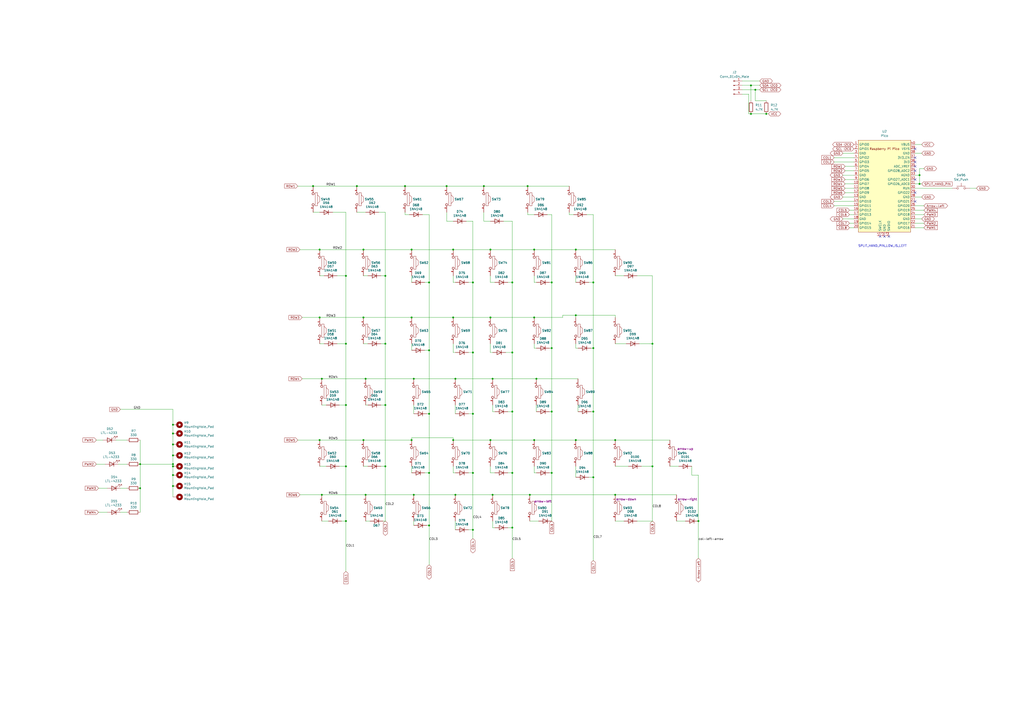
<source format=kicad_sch>
(kicad_sch (version 20211123) (generator eeschema)
  (paper "A2")
  (junction (at 259.08 107.95))
  (junction (at 200.66 302.26))
  (junction (at 238.76 184.15))
  (junction (at 234.95 107.95))
  (junction (at 435.61 66.04))
  (junction (at 248.92 304.8))
  (junction (at 320.04 274.32))
  (junction (at 212.09 287.02))
  (junction (at 240.03 287.02))
  (junction (at 207.01 107.95))
  (junction (at 297.18 306.07))
  (junction (at 200.66 270.51))
  (junction (at 285.75 219.71))
  (junction (at 356.87 287.02))
  (junction (at 248.92 163.83))
  (junction (at 280.67 107.95))
  (junction (at 334.01 182.88))
  (junction (at 248.92 203.2))
  (junction (at 405.13 302.26))
  (junction (at 274.32 163.83))
  (junction (at 223.52 160.02))
  (junction (at 344.17 276.86))
  (junction (at 285.75 287.02))
  (junction (at 223.52 199.39))
  (junction (at 210.82 255.27))
  (junction (at 100.33 275.59))
  (junction (at 284.48 255.27))
  (junction (at 100.33 281.94))
  (junction (at 262.89 255.27))
  (junction (at 262.89 184.15))
  (junction (at 248.92 274.32))
  (junction (at 100.33 251.46))
  (junction (at 320.04 238.76))
  (junction (at 297.18 204.47))
  (junction (at 100.33 270.51))
  (junction (at 264.16 219.71))
  (junction (at 186.69 219.71))
  (junction (at 297.18 238.76))
  (junction (at 435.61 49.53))
  (junction (at 212.09 219.71))
  (junction (at 181.61 107.95))
  (junction (at 438.15 52.07))
  (junction (at 185.42 144.78))
  (junction (at 186.69 287.02))
  (junction (at 200.66 160.02))
  (junction (at 378.46 199.39))
  (junction (at 533.4 106.68))
  (junction (at 210.82 184.15))
  (junction (at 262.89 144.78))
  (junction (at 320.04 163.83))
  (junction (at 309.88 144.78))
  (junction (at 185.42 184.15))
  (junction (at 100.33 269.24))
  (junction (at 306.07 107.95))
  (junction (at 344.17 163.83))
  (junction (at 100.33 257.81))
  (junction (at 334.01 144.78))
  (junction (at 223.52 234.95))
  (junction (at 264.16 287.02))
  (junction (at 444.5 66.04))
  (junction (at 344.17 238.76))
  (junction (at 284.48 144.78))
  (junction (at 185.42 255.27))
  (junction (at 200.66 199.39))
  (junction (at 309.88 184.15))
  (junction (at 274.32 204.47))
  (junction (at 248.92 240.03))
  (junction (at 100.33 246.38))
  (junction (at 210.82 144.78))
  (junction (at 81.28 283.21))
  (junction (at 200.66 234.95))
  (junction (at 533.4 101.6))
  (junction (at 274.32 307.34))
  (junction (at 309.88 255.27))
  (junction (at 238.76 255.27))
  (junction (at 274.32 240.03))
  (junction (at 356.87 255.27))
  (junction (at 238.76 144.78))
  (junction (at 100.33 264.16))
  (junction (at 297.18 274.32))
  (junction (at 344.17 201.93))
  (junction (at 240.03 219.71))
  (junction (at 297.18 163.83))
  (junction (at 284.48 184.15))
  (junction (at 307.34 287.02))
  (junction (at 378.46 270.51))
  (junction (at 81.28 269.24))
  (junction (at 320.04 201.93))
  (junction (at 274.32 274.32))
  (junction (at 223.52 270.51))
  (junction (at 311.15 219.71))
  (junction (at 334.01 255.27))
  (no_connect (at 515.62 137.16))
  (no_connect (at 530.86 93.98))
  (no_connect (at 530.86 86.36))
  (no_connect (at 510.54 137.16))
  (no_connect (at 530.86 91.44))
  (no_connect (at 530.86 111.76))
  (no_connect (at 530.86 99.06))
  (no_connect (at 530.86 116.84))
  (no_connect (at 530.86 104.14))
  (no_connect (at 513.08 137.16))
  (no_connect (at 530.86 96.52))
  (wire (pts (xy 280.67 128.27) (xy 284.48 128.27)))
  (wire (pts (xy 200.66 270.51) (xy 200.66 234.95)))
  (wire (pts (xy 530.86 127) (xy 534.67 127)))
  (wire (pts (xy 434.34 54.61) (xy 434.34 66.04)))
  (wire (pts (xy 285.75 204.47) (xy 284.48 204.47)))
  (wire (pts (xy 334.01 270.51) (xy 334.01 276.86)))
  (wire (pts (xy 238.76 254) (xy 262.89 254)))
  (wire (pts (xy 100.33 257.81) (xy 100.33 251.46)))
  (wire (pts (xy 318.77 163.83) (xy 320.04 163.83)))
  (wire (pts (xy 284.48 163.83) (xy 287.02 163.83)))
  (wire (pts (xy 248.92 163.83) (xy 248.92 124.46)))
  (wire (pts (xy 270.51 128.27) (xy 274.32 128.27)))
  (wire (pts (xy 262.89 144.78) (xy 238.76 144.78)))
  (wire (pts (xy 262.89 270.51) (xy 262.89 274.32)))
  (wire (pts (xy 62.23 283.21) (xy 57.15 283.21)))
  (wire (pts (xy 317.5 124.46) (xy 320.04 124.46)))
  (wire (pts (xy 309.88 274.32) (xy 311.15 274.32)))
  (wire (pts (xy 430.53 46.99) (xy 440.69 46.99)))
  (wire (pts (xy 262.89 199.39) (xy 262.89 204.47)))
  (wire (pts (xy 344.17 325.12) (xy 344.17 276.86)))
  (wire (pts (xy 495.3 99.06) (xy 490.22 99.06)))
  (wire (pts (xy 238.76 184.15) (xy 262.89 184.15)))
  (wire (pts (xy 311.15 219.71) (xy 285.75 219.71)))
  (wire (pts (xy 533.4 97.79) (xy 533.4 101.6)))
  (wire (pts (xy 330.2 124.46) (xy 330.2 123.19)))
  (wire (pts (xy 81.28 255.27) (xy 81.28 269.24)))
  (wire (pts (xy 344.17 276.86) (xy 344.17 238.76)))
  (wire (pts (xy 533.4 101.6) (xy 530.86 101.6)))
  (wire (pts (xy 284.48 204.47) (xy 284.48 199.39)))
  (wire (pts (xy 294.64 274.32) (xy 297.18 274.32)))
  (wire (pts (xy 306.07 124.46) (xy 306.07 123.19)))
  (wire (pts (xy 196.85 234.95) (xy 200.66 234.95)))
  (wire (pts (xy 435.61 49.53) (xy 435.61 58.42)))
  (wire (pts (xy 292.1 128.27) (xy 297.18 128.27)))
  (wire (pts (xy 369.57 160.02) (xy 378.46 160.02)))
  (wire (pts (xy 438.15 52.07) (xy 440.69 52.07)))
  (wire (pts (xy 320.04 274.32) (xy 320.04 302.26)))
  (wire (pts (xy 306.07 107.95) (xy 280.67 107.95)))
  (wire (pts (xy 438.15 52.07) (xy 438.15 58.42)))
  (wire (pts (xy 320.04 201.93) (xy 320.04 238.76)))
  (wire (pts (xy 488.95 114.3) (xy 495.3 114.3)))
  (wire (pts (xy 262.89 204.47) (xy 264.16 204.47)))
  (wire (pts (xy 483.87 116.84) (xy 495.3 116.84)))
  (wire (pts (xy 59.69 255.27) (xy 55.88 255.27)))
  (wire (pts (xy 364.49 270.51) (xy 356.87 270.51)))
  (wire (pts (xy 212.09 287.02) (xy 240.03 287.02)))
  (wire (pts (xy 334.01 144.78) (xy 309.88 144.78)))
  (wire (pts (xy 401.32 275.59) (xy 401.32 270.51)))
  (wire (pts (xy 533.4 101.6) (xy 533.4 106.68)))
  (wire (pts (xy 430.53 49.53) (xy 435.61 49.53)))
  (wire (pts (xy 297.18 163.83) (xy 297.18 128.27)))
  (wire (pts (xy 490.22 104.14) (xy 495.3 104.14)))
  (wire (pts (xy 185.42 184.15) (xy 210.82 184.15)))
  (wire (pts (xy 271.78 274.32) (xy 274.32 274.32)))
  (wire (pts (xy 193.04 123.19) (xy 200.66 123.19)))
  (wire (pts (xy 280.67 107.95) (xy 259.08 107.95)))
  (wire (pts (xy 210.82 144.78) (xy 185.42 144.78)))
  (wire (pts (xy 200.66 234.95) (xy 200.66 199.39)))
  (wire (pts (xy 318.77 274.32) (xy 320.04 274.32)))
  (wire (pts (xy 284.48 144.78) (xy 262.89 144.78)))
  (wire (pts (xy 309.88 255.27) (xy 334.01 255.27)))
  (wire (pts (xy 311.15 201.93) (xy 309.88 201.93)))
  (wire (pts (xy 262.89 184.15) (xy 284.48 184.15)))
  (wire (pts (xy 264.16 307.34) (xy 264.16 302.26)))
  (wire (pts (xy 200.66 160.02) (xy 200.66 123.19)))
  (wire (pts (xy 334.01 255.27) (xy 356.87 255.27)))
  (wire (pts (xy 435.61 49.53) (xy 440.69 49.53)))
  (wire (pts (xy 435.61 66.04) (xy 444.5 66.04)))
  (wire (pts (xy 488.95 127) (xy 495.3 127)))
  (wire (pts (xy 444.5 66.04) (xy 445.77 66.04)))
  (wire (pts (xy 62.23 297.18) (xy 57.15 297.18)))
  (wire (pts (xy 247.65 240.03) (xy 248.92 240.03)))
  (wire (pts (xy 297.18 323.85) (xy 297.18 306.07)))
  (wire (pts (xy 340.36 124.46) (xy 344.17 124.46)))
  (wire (pts (xy 307.34 287.02) (xy 285.75 287.02)))
  (wire (pts (xy 81.28 269.24) (xy 81.28 283.21)))
  (wire (pts (xy 363.22 199.39) (xy 356.87 199.39)))
  (wire (pts (xy 530.86 114.3) (xy 534.67 114.3)))
  (wire (pts (xy 318.77 201.93) (xy 320.04 201.93)))
  (wire (pts (xy 274.32 274.32) (xy 274.32 307.34)))
  (wire (pts (xy 200.66 302.26) (xy 200.66 270.51)))
  (wire (pts (xy 285.75 238.76) (xy 287.02 238.76)))
  (wire (pts (xy 311.15 163.83) (xy 309.88 163.83)))
  (wire (pts (xy 223.52 234.95) (xy 223.52 270.51)))
  (wire (pts (xy 344.17 238.76) (xy 344.17 201.93)))
  (wire (pts (xy 240.03 287.02) (xy 264.16 287.02)))
  (wire (pts (xy 330.2 107.95) (xy 306.07 107.95)))
  (wire (pts (xy 200.66 199.39) (xy 200.66 160.02)))
  (wire (pts (xy 185.42 123.19) (xy 181.61 123.19)))
  (wire (pts (xy 73.66 283.21) (xy 69.85 283.21)))
  (wire (pts (xy 284.48 184.15) (xy 309.88 184.15)))
  (wire (pts (xy 334.01 182.88) (xy 334.01 184.15)))
  (wire (pts (xy 81.28 283.21) (xy 81.28 297.18)))
  (wire (pts (xy 186.69 287.02) (xy 212.09 287.02)))
  (wire (pts (xy 361.95 302.26) (xy 356.87 302.26)))
  (wire (pts (xy 247.65 304.8) (xy 248.92 304.8)))
  (wire (pts (xy 285.75 234.95) (xy 285.75 238.76)))
  (wire (pts (xy 344.17 201.93) (xy 344.17 163.83)))
  (wire (pts (xy 284.48 274.32) (xy 284.48 270.51)))
  (wire (pts (xy 172.72 255.27) (xy 185.42 255.27)))
  (wire (pts (xy 100.33 251.46) (xy 100.33 246.38)))
  (wire (pts (xy 248.92 203.2) (xy 248.92 163.83)))
  (wire (pts (xy 189.23 270.51) (xy 185.42 270.51)))
  (wire (pts (xy 195.58 160.02) (xy 200.66 160.02)))
  (wire (pts (xy 100.33 281.94) (xy 100.33 275.59)))
  (wire (pts (xy 207.01 107.95) (xy 234.95 107.95)))
  (wire (pts (xy 356.87 182.88) (xy 356.87 184.15)))
  (wire (pts (xy 213.36 234.95) (xy 212.09 234.95)))
  (wire (pts (xy 100.33 246.38) (xy 100.33 237.49)))
  (wire (pts (xy 341.63 276.86) (xy 344.17 276.86)))
  (wire (pts (xy 495.3 121.92) (xy 492.76 121.92)))
  (wire (pts (xy 405.13 275.59) (xy 405.13 302.26)))
  (wire (pts (xy 248.92 327.66) (xy 248.92 304.8)))
  (wire (pts (xy 361.95 160.02) (xy 356.87 160.02)))
  (wire (pts (xy 264.16 287.02) (xy 285.75 287.02)))
  (wire (pts (xy 530.86 109.22) (xy 552.45 109.22)))
  (wire (pts (xy 246.38 163.83) (xy 248.92 163.83)))
  (wire (pts (xy 240.03 234.95) (xy 240.03 240.03)))
  (wire (pts (xy 248.92 274.32) (xy 248.92 240.03)))
  (wire (pts (xy 287.02 274.32) (xy 284.48 274.32)))
  (wire (pts (xy 223.52 123.19) (xy 223.52 160.02)))
  (wire (pts (xy 309.88 163.83) (xy 309.88 160.02)))
  (wire (pts (xy 246.38 274.32) (xy 248.92 274.32)))
  (wire (pts (xy 483.87 119.38) (xy 495.3 119.38)))
  (wire (pts (xy 393.7 270.51) (xy 388.62 270.51)))
  (wire (pts (xy 495.3 124.46) (xy 492.76 124.46)))
  (wire (pts (xy 213.36 160.02) (xy 210.82 160.02)))
  (wire (pts (xy 312.42 302.26) (xy 307.34 302.26)))
  (wire (pts (xy 334.01 160.02) (xy 334.01 163.83)))
  (wire (pts (xy 274.32 312.42) (xy 274.32 307.34)))
  (wire (pts (xy 181.61 107.95) (xy 172.72 107.95)))
  (wire (pts (xy 309.88 270.51) (xy 309.88 274.32)))
  (wire (pts (xy 566.42 109.22) (xy 562.61 109.22)))
  (wire (pts (xy 185.42 184.15) (xy 175.26 184.15)))
  (wire (pts (xy 294.64 238.76) (xy 297.18 238.76)))
  (wire (pts (xy 240.03 302.26) (xy 240.03 304.8)))
  (wire (pts (xy 294.64 306.07) (xy 297.18 306.07)))
  (wire (pts (xy 264.16 219.71) (xy 240.03 219.71)))
  (wire (pts (xy 274.32 204.47) (xy 274.32 240.03)))
  (wire (pts (xy 100.33 270.51) (xy 100.33 269.24)))
  (wire (pts (xy 100.33 269.24) (xy 100.33 264.16)))
  (wire (pts (xy 356.87 255.27) (xy 388.62 255.27)))
  (wire (pts (xy 189.23 234.95) (xy 186.69 234.95)))
  (wire (pts (xy 69.85 237.49) (xy 100.33 237.49)))
  (wire (pts (xy 212.09 219.71) (xy 186.69 219.71)))
  (wire (pts (xy 297.18 274.32) (xy 297.18 238.76)))
  (wire (pts (xy 335.28 201.93) (xy 334.01 201.93)))
  (wire (pts (xy 262.89 128.27) (xy 259.08 128.27)))
  (wire (pts (xy 55.88 269.24) (xy 60.96 269.24)))
  (wire (pts (xy 285.75 219.71) (xy 264.16 219.71)))
  (wire (pts (xy 274.32 163.83) (xy 274.32 204.47)))
  (wire (pts (xy 490.22 96.52) (xy 495.3 96.52)))
  (wire (pts (xy 309.88 124.46) (xy 306.07 124.46)))
  (wire (pts (xy 490.22 111.76) (xy 495.3 111.76)))
  (wire (pts (xy 320.04 124.46) (xy 320.04 163.83)))
  (wire (pts (xy 219.71 123.19) (xy 223.52 123.19)))
  (wire (pts (xy 223.52 160.02) (xy 223.52 199.39)))
  (wire (pts (xy 488.95 88.9) (xy 495.3 88.9)))
  (wire (pts (xy 434.34 66.04) (xy 435.61 66.04)))
  (wire (pts (xy 187.96 160.02) (xy 185.42 160.02)))
  (wire (pts (xy 369.57 302.26) (xy 378.46 302.26)))
  (wire (pts (xy 342.9 201.93) (xy 344.17 201.93)))
  (wire (pts (xy 332.74 124.46) (xy 330.2 124.46)))
  (wire (pts (xy 530.86 121.92) (xy 535.94 121.92)))
  (wire (pts (xy 530.86 106.68) (xy 533.4 106.68)))
  (wire (pts (xy 341.63 163.83) (xy 344.17 163.83)))
  (wire (pts (xy 335.28 234.95) (xy 335.28 238.76)))
  (wire (pts (xy 245.11 124.46) (xy 248.92 124.46)))
  (wire (pts (xy 444.5 58.42) (xy 438.15 58.42)))
  (wire (pts (xy 370.84 199.39) (xy 378.46 199.39)))
  (wire (pts (xy 271.78 163.83) (xy 274.32 163.83)))
  (wire (pts (xy 534.67 88.9) (xy 530.86 88.9)))
  (wire (pts (xy 196.85 270.51) (xy 200.66 270.51)))
  (wire (pts (xy 535.94 124.46) (xy 530.86 124.46)))
  (wire (pts (xy 271.78 204.47) (xy 274.32 204.47)))
  (wire (pts (xy 248.92 304.8) (xy 248.92 274.32)))
  (wire (pts (xy 297.18 306.07) (xy 297.18 274.32)))
  (wire (pts (xy 187.96 199.39) (xy 185.42 199.39)))
  (wire (pts (xy 284.48 255.27) (xy 309.88 255.27)))
  (wire (pts (xy 195.58 199.39) (xy 200.66 199.39)))
  (wire (pts (xy 342.9 238.76) (xy 344.17 238.76)))
  (wire (pts (xy 356.87 287.02) (xy 392.43 287.02)))
  (wire (pts (xy 81.28 269.24) (xy 100.33 269.24)))
  (wire (pts (xy 488.95 101.6) (xy 495.3 101.6)))
  (wire (pts (xy 293.37 204.47) (xy 297.18 204.47)))
  (wire (pts (xy 320.04 238.76) (xy 320.04 274.32)))
  (wire (pts (xy 185.42 255.27) (xy 210.82 255.27)))
  (wire (pts (xy 274.32 240.03) (xy 274.32 274.32)))
  (wire (pts (xy 213.36 199.39) (xy 210.82 199.39)))
  (wire (pts (xy 356.87 144.78) (xy 334.01 144.78)))
  (wire (pts (xy 495.3 129.54) (xy 492.76 129.54)))
  (wire (pts (xy 259.08 107.95) (xy 234.95 107.95)))
  (wire (pts (xy 264.16 163.83) (xy 262.89 163.83)))
  (wire (pts (xy 262.89 255.27) (xy 284.48 255.27)))
  (wire (pts (xy 309.88 201.93) (xy 309.88 199.39)))
  (wire (pts (xy 238.76 160.02) (xy 238.76 163.83)))
  (wire (pts (xy 262.89 254) (xy 262.89 255.27)))
  (wire (pts (xy 530.86 83.82) (xy 534.67 83.82)))
  (wire (pts (xy 378.46 199.39) (xy 378.46 270.51)))
  (wire (pts (xy 378.46 160.02) (xy 378.46 199.39)))
  (wire (pts (xy 285.75 302.26) (xy 285.75 306.07)))
  (wire (pts (xy 430.53 52.07) (xy 438.15 52.07)))
  (wire (pts (xy 334.01 201.93) (xy 334.01 199.39)))
  (wire (pts (xy 533.4 106.68) (xy 534.67 106.68)))
  (wire (pts (xy 240.03 219.71) (xy 212.09 219.71)))
  (wire (pts (xy 401.32 275.59) (xy 405.13 275.59)))
  (wire (pts (xy 397.51 302.26) (xy 392.43 302.26)))
  (wire (pts (xy 185.42 144.78) (xy 173.99 144.78)))
  (wire (pts (xy 200.66 302.26) (xy 200.66 331.47)))
  (wire (pts (xy 220.98 234.95) (xy 223.52 234.95)))
  (wire (pts (xy 100.33 288.29) (xy 100.33 281.94)))
  (wire (pts (xy 220.98 160.02) (xy 223.52 160.02)))
  (wire (pts (xy 311.15 234.95) (xy 311.15 238.76)))
  (wire (pts (xy 198.12 302.26) (xy 200.66 302.26)))
  (wire (pts (xy 238.76 270.51) (xy 238.76 274.32)))
  (wire (pts (xy 490.22 109.22) (xy 495.3 109.22)))
  (wire (pts (xy 223.52 270.51) (xy 223.52 302.26)))
  (wire (pts (xy 372.11 270.51) (xy 378.46 270.51)))
  (wire (pts (xy 234.95 124.46) (xy 237.49 124.46)))
  (wire (pts (xy 530.86 119.38) (xy 535.94 119.38)))
  (wire (pts (xy 405.13 302.26) (xy 405.13 323.85)))
  (wire (pts (xy 210.82 184.15) (xy 238.76 184.15)))
  (wire (pts (xy 212.09 123.19) (xy 207.01 123.19)))
  (wire (pts (xy 210.82 255.27) (xy 238.76 255.27)))
  (wire (pts (xy 274.32 128.27) (xy 274.32 163.83)))
  (wire (pts (xy 262.89 274.32) (xy 264.16 274.32)))
  (wire (pts (xy 186.69 287.02) (xy 173.99 287.02)))
  (wire (pts (xy 280.67 123.19) (xy 280.67 128.27)))
  (wire (pts (xy 246.38 203.2) (xy 248.92 203.2)))
  (wire (pts (xy 68.58 269.24) (xy 73.66 269.24)))
  (wire (pts (xy 294.64 163.83) (xy 297.18 163.83)))
  (wire (pts (xy 73.66 297.18) (xy 69.85 297.18)))
  (wire (pts (xy 264.16 234.95) (xy 264.16 240.03)))
  (wire (pts (xy 223.52 199.39) (xy 223.52 234.95)))
  (wire (pts (xy 535.94 97.79) (xy 533.4 97.79)))
  (wire (pts (xy 430.53 54.61) (xy 434.34 54.61)))
  (wire (pts (xy 297.18 238.76) (xy 297.18 204.47)))
  (wire (pts (xy 344.17 163.83) (xy 344.17 124.46)))
  (wire (pts (xy 181.61 107.95) (xy 207.01 107.95)))
  (wire (pts (xy 495.3 132.08) (xy 492.76 132.08)))
  (wire (pts (xy 73.66 255.27) (xy 67.31 255.27)))
  (wire (pts (xy 271.78 240.03) (xy 274.32 240.03)))
  (wire (pts (xy 210.82 270.51) (xy 213.36 270.51)))
  (wire (pts (xy 220.98 270.51) (xy 223.52 270.51)))
  (wire (pts (xy 309.88 144.78) (xy 284.48 144.78)))
  (wire (pts (xy 238.76 199.39) (xy 238.76 203.2)))
  (wire (pts (xy 259.08 128.27) (xy 259.08 123.19)))
  (wire (pts (xy 220.98 199.39) (xy 223.52 199.39)))
  (wire (pts (xy 274.32 307.34) (xy 271.78 307.34)))
  (wire (pts (xy 285.75 306.07) (xy 287.02 306.07)))
  (wire (pts (xy 334.01 182.88) (xy 356.87 182.88)))
  (wire (pts (xy 100.33 264.16) (xy 100.33 257.81)))
  (wire (pts (xy 248.92 240.03) (xy 248.92 203.2)))
  (wire (pts (xy 262.89 163.83) (xy 262.89 160.02)))
  (wire (pts (xy 284.48 160.02) (xy 284.48 163.83)))
  (wire (pts (xy 326.39 182.88) (xy 334.01 182.88)))
  (wire (pts (xy 378.46 270.51) (xy 378.46 302.26)))
  (wire (pts (xy 214.63 302.26) (xy 212.09 302.26)))
  (wire (pts (xy 535.94 129.54) (xy 530.86 129.54)))
  (wire (pts (xy 100.33 275.59) (xy 100.33 270.51)))
  (wire (pts (xy 318.77 238.76) (xy 320.04 238.76)))
  (wire (pts (xy 307.34 287.02) (xy 356.87 287.02)))
  (wire (pts (xy 483.87 93.98) (xy 495.3 93.98)))
  (wire (pts (xy 186.69 302.26) (xy 190.5 302.26)))
  (wire (pts (xy 238.76 255.27) (xy 238.76 254)))
  (wire (pts (xy 490.22 106.68) (xy 495.3 106.68)))
  (wire (pts (xy 186.69 219.71) (xy 175.26 219.71)))
  (wire (pts (xy 222.25 302.26) (xy 223.52 302.26)))
  (wire (pts (xy 320.04 163.83) (xy 320.04 201.93)))
  (wire (pts (xy 238.76 144.78) (xy 210.82 144.78)))
  (wire (pts (xy 495.3 91.44) (xy 483.87 91.44)))
  (wire (pts (xy 326.39 184.15) (xy 326.39 182.88)))
  (wire (pts (xy 297.18 204.47) (xy 297.18 163.83)))
  (wire (pts (xy 530.86 132.08) (xy 535.94 132.08)))
  (wire (pts (xy 335.28 219.71) (xy 311.15 219.71)))
  (wire (pts (xy 234.95 123.19) (xy 234.95 124.46)))
  (wire (pts (xy 309.88 184.15) (xy 326.39 184.15)))
  (text "SPLIT_HAND_PIN_LOW_IS_LEFT" (at 497.84 143.51 0) (effects (font (size 1.27 1.27)) (justify left bottom)))
  (label "ROW6" (at 190.5 287.02 0))
  (label "COL8" (at 378.46 294.64 0))
  (label "ROW4" (at 190.5 219.71 0))
  (label "ROW2" (at 193.04 144.78 0))
  (label "ROW1" (at 189.23 107.95 0))
  (label "COL4" (at 274.32 300.99 0))
  (label "COL3" (at 248.92 313.69 0))
  (label "ROW3" (at 189.23 184.15 0))
  (label "col-left-arrow" (at 405.13 313.69 0))
  (label "GND" (at 77.47 237.49 0))
  (label "COL7" (at 344.17 312.42 0))
  (label "COL5" (at 297.18 313.69 0))
  (label "COL1" (at 200.66 317.5 0))
  (label "ROW5" (at 190.5 255.27 0))
  (label "COL2" (at 223.52 293.37 0))
  (global_label "ROW1" (shape input) (at 490.22 96.52 180) (property "Intersheet References" "${INTERSHEET_REFS}" (effects hide)))
  (global_label "ROW5" (shape input) (at 172.72 255.27 180) (property "Intersheet References" "${INTERSHEET_REFS}" (effects hide)))
  (global_label "PWM3" (shape input) (at 57.15 283.21 180) (property "Intersheet References" "${INTERSHEET_REFS}" (effects hide)))
  (global_label "VCC" (shape bidirectional) (at 534.67 83.82 0) (property "Intersheet References" "${INTERSHEET_REFS}" (effects hide)))
  (global_label "ROW4" (shape input) (at 175.26 219.71 180) (property "Intersheet References" "${INTERSHEET_REFS}" (effects hide)))
  (global_label "COL6" (shape input) (at 320.04 302.26 270) (property "Intersheet References" "${INTERSHEET_REFS}" (effects hide)))
  (global_label "COL5" (shape input) (at 297.18 323.85 270) (property "Intersheet References" "${INTERSHEET_REFS}" (effects hide)))
  (global_label "GND" (shape bidirectional) (at 488.95 88.9 180) (property "Intersheet References" "${INTERSHEET_REFS}" (effects hide)))
  (global_label "ROW6" (shape input) (at 490.22 111.76 180) (property "Intersheet References" "${INTERSHEET_REFS}" (effects hide)))
  (global_label "COL3" (shape bidirectional) (at 248.92 327.66 270) (property "Intersheet References" "${INTERSHEET_REFS}" (effects hide)))
  (global_label "GND" (shape bidirectional) (at 534.67 88.9 0) (property "Intersheet References" "${INTERSHEET_REFS}" (effects hide)))
  (global_label "SCL I2C0" (shape bidirectional) (at 495.3 86.36 180) (property "Intersheet References" "${INTERSHEET_REFS}" (effects hide)))
  (global_label "Arrow-Left" (shape bidirectional) (at 405.13 323.85 270) (property "Intersheet References" "${INTERSHEET_REFS}" (effects hide)))
  (global_label "COL2" (shape bidirectional) (at 223.52 302.26 270) (property "Intersheet References" "${INTERSHEET_REFS}" (effects hide)))
  (global_label "PWM2" (shape input) (at 535.94 129.54 0) (property "Intersheet References" "${INTERSHEET_REFS}" (effects hide)))
  (global_label "GND" (shape bidirectional) (at 535.94 97.79 0) (property "Intersheet References" "${INTERSHEET_REFS}" (effects hide)))
  (global_label "COL1" (shape input) (at 200.66 331.47 270) (property "Intersheet References" "${INTERSHEET_REFS}" (effects hide)))
  (global_label "COL3" (shape input) (at 483.87 116.84 180) (property "Intersheet References" "${INTERSHEET_REFS}" (effects hide)))
  (global_label "ROW3" (shape input) (at 490.22 104.14 180) (property "Intersheet References" "${INTERSHEET_REFS}" (effects hide)))
  (global_label "COL1" (shape input) (at 483.87 91.44 180) (property "Intersheet References" "${INTERSHEET_REFS}" (effects hide)))
  (global_label "Arrow-Left" (shape bidirectional) (at 535.94 119.38 0) (property "Intersheet References" "${INTERSHEET_REFS}" (effects hide)))
  (global_label "COL5" (shape input) (at 492.76 121.92 180) (property "Intersheet References" "${INTERSHEET_REFS}" (effects hide)))
  (global_label "PWM1" (shape input) (at 535.94 132.08 0) (property "Intersheet References" "${INTERSHEET_REFS}" (effects hide)))
  (global_label "GND" (shape bidirectional) (at 440.69 46.99 0) (property "Intersheet References" "${INTERSHEET_REFS}" (effects hide)))
  (global_label "SCL I2C0" (shape bidirectional) (at 440.69 52.07 0) (property "Intersheet References" "${INTERSHEET_REFS}" (effects hide)))
  (global_label "SDA I2C0" (shape bidirectional) (at 440.69 49.53 0) (property "Intersheet References" "${INTERSHEET_REFS}" (effects hide)))
  (global_label "SDA I2C0" (shape bidirectional) (at 495.3 83.82 180) (property "Intersheet References" "${INTERSHEET_REFS}" (effects hide)))
  (global_label "COL2" (shape input) (at 483.87 93.98 180) (property "Intersheet References" "${INTERSHEET_REFS}" (effects hide)))
  (global_label "GND" (shape bidirectional) (at 534.67 114.3 0) (property "Intersheet References" "${INTERSHEET_REFS}" (effects hide)))
  (global_label "COL7" (shape input) (at 492.76 129.54 180) (property "Intersheet References" "${INTERSHEET_REFS}" (effects hide)))
  (global_label "COL8" (shape input) (at 378.46 302.26 270) (property "Intersheet References" "${INTERSHEET_REFS}" (effects hide)))
  (global_label "GND" (shape input) (at 69.85 237.49 180) (property "Intersheet References" "${INTERSHEET_REFS}" (effects hide)))
  (global_label "ROW3" (shape input) (at 175.26 184.15 180) (property "Intersheet References" "${INTERSHEET_REFS}" (effects hide)))
  (global_label "PWM1" (shape input) (at 55.88 255.27 180) (property "Intersheet References" "${INTERSHEET_REFS}" (effects hide)))
  (global_label "ROW4" (shape input) (at 490.22 106.68 180) (property "Intersheet References" "${INTERSHEET_REFS}" (effects hide)))
  (global_label "GND" (shape bidirectional) (at 488.95 114.3 180) (property "Intersheet References" "${INTERSHEET_REFS}" (effects hide)))
  (global_label "ROW2" (shape input) (at 173.99 144.78 180) (property "Intersheet References" "${INTERSHEET_REFS}" (effects hide)))
  (global_label "SPLIT_HAND_PIN" (shape input) (at 534.67 106.68 0) (property "Intersheet References" "${INTERSHEET_REFS}" (effects hide)))
  (global_label "GND" (shape bidirectional) (at 488.95 127 180) (property "Intersheet References" "${INTERSHEET_REFS}" (effects hide)))
  (global_label "GND" (shape bidirectional) (at 566.42 109.22 0) (property "Intersheet References" "${INTERSHEET_REFS}" (effects hide)))
  (global_label "PWM2" (shape input) (at 55.88 269.24 180) (property "Intersheet References" "${INTERSHEET_REFS}" (effects hide)))
  (global_label "COL8" (shape input) (at 492.76 132.08 180) (property "Intersheet References" "${INTERSHEET_REFS}" (effects hide)))
  (global_label "VCC" (shape bidirectional) (at 445.77 66.04 0) (property "Intersheet References" "${INTERSHEET_REFS}" (effects hide)))
  (global_label "COL4" (shape input) (at 483.87 119.38 180) (property "Intersheet References" "${INTERSHEET_REFS}" (effects hide)))
  (global_label "COL6" (shape input) (at 492.76 124.46 180) (property "Intersheet References" "${INTERSHEET_REFS}" (effects hide)))
  (global_label "ROW5" (shape input) (at 490.22 109.22 180) (property "Intersheet References" "${INTERSHEET_REFS}" (effects hide)))
  (global_label "COL7" (shape input) (at 344.17 325.12 270) (property "Intersheet References" "${INTERSHEET_REFS}" (effects hide)))
  (global_label "PWM4" (shape input) (at 57.15 297.18 180) (property "Intersheet References" "${INTERSHEET_REFS}" (effects hide)))
  (global_label "GND" (shape bidirectional) (at 534.67 127 0) (property "Intersheet References" "${INTERSHEET_REFS}" (effects hide)))
  (global_label "ROW2" (shape input) (at 490.22 99.06 180) (property "Intersheet References" "${INTERSHEET_REFS}" (effects hide)))
  (global_label "ROW1" (shape input) (at 172.72 107.95 180) (property "Intersheet References" "${INTERSHEET_REFS}" (effects hide)))
  (global_label "GND" (shape bidirectional) (at 488.95 101.6 180) (property "Intersheet References" "${INTERSHEET_REFS}" (effects hide)))
  (global_label "COL4" (shape bidirectional) (at 274.32 312.42 270) (property "Intersheet References" "${INTERSHEET_REFS}" (effects hide)))
  (global_label "PWM3" (shape input) (at 535.94 124.46 0) (property "Intersheet References" "${INTERSHEET_REFS}" (effects hide)))
  (global_label "PWM4" (shape input) (at 535.94 121.92 0) (property "Intersheet References" "${INTERSHEET_REFS}" (effects hide)))
  (global_label "ROW6" (shape input) (at 173.99 287.02 180) (property "Intersheet References" "${INTERSHEET_REFS}" (effects hide)))
  (symbol (lib_id "Device:R") (at 77.47 255.27 270) (unit 1)
    (property "Reference" "R7" (at 77.47 250.0122 90))
    (property "Value" "330" (at 77.47 252.3236 90))
    (property "Footprint" "Resistor_THT:R_Axial_DIN0204_L3.6mm_D1.6mm_P5.08mm_Horizontal" (effects hide))
  )
  (symbol (lib_id "Device:R") (at 77.47 269.24 270) (unit 1)
    (property "Reference" "R8" (at 77.47 263.9822 90))
    (property "Value" "330" (at 77.47 266.2936 90))
    (property "Footprint" "Resistor_THT:R_Axial_DIN0204_L3.6mm_D1.6mm_P5.08mm_Horizontal" (effects hide))
  )
  (symbol (lib_id "Device:R") (at 77.47 283.21 270) (unit 1)
    (property "Reference" "R9" (at 77.47 277.9522 90))
    (property "Value" "330" (at 77.47 280.2636 90))
    (property "Footprint" "Resistor_THT:R_Axial_DIN0204_L3.6mm_D1.6mm_P5.08mm_Horizontal" (effects hide))
  )
  (symbol (lib_id "Device:LED") (at 63.5 255.27 180) (unit 1)
    (property "Reference" "D52" (at 63.6778 248.793 0))
    (property "Value" "LTL-4233 " (at 63.6778 251.1044 0))
    (property "Footprint" "Diode_THT:D_A-405_P2.54mm_Vertical_AnodeUp" (effects hide))
  )
  (symbol (lib_id "Device:LED") (at 64.77 269.24 180) (unit 1)
    (property "Reference" "D53" (at 64.9478 262.763 0))
    (property "Value" "LTL-4233 " (at 64.9478 265.0744 0))
    (property "Footprint" "Diode_THT:D_A-405_P2.54mm_Vertical_AnodeUp" (effects hide))
  )
  (symbol (lib_id "Device:LED") (at 66.04 283.21 180) (unit 1)
    (property "Reference" "D54" (at 66.2178 276.733 0))
    (property "Value" "LTL-4233 " (at 66.2178 279.0444 0))
    (property "Footprint" "Diode_THT:D_A-405_P2.54mm_Vertical_AnodeUp" (effects hide))
  )
  (symbol (lib_id "Device:R") (at 77.47 297.18 270) (unit 1)
    (property "Reference" "R10" (at 77.47 291.9222 90))
    (property "Value" "330" (at 77.47 294.2336 90))
    (property "Footprint" "Resistor_THT:R_Axial_DIN0204_L3.6mm_D1.6mm_P5.08mm_Horizontal" (effects hide))
  )
  (symbol (lib_id "Device:LED") (at 66.04 297.18 180) (unit 1)
    (property "Reference" "D55" (at 66.2178 290.703 0))
    (property "Value" "LTL-4233 " (at 66.2178 293.0144 0))
    (property "Footprint" "Diode_THT:D_A-405_P2.54mm_Vertical_AnodeUp" (effects hide))
  )
  (symbol (lib_id "Mechanical:MountingHole_Pad") (at 102.87 257.81 270) (unit 1)
    (property "Reference" "H11" (at 106.68 256.6416 90) (effects (justify left)))
    (property "Value" "MountingHole_Pad" (at 106.68 258.953 90) (effects (justify left)))
    (property "Footprint" "MountingHole:MountingHole_4.3mm_M4_DIN965_Pad" (effects hide))
  )
  (symbol (lib_id "pcb-flat-left-rescue:MX-NO-LED-keyboard2-pcb-flat-right-rescue") (at 238.76 152.4 270) (unit 1)
    (property "Reference" "SW62" (at 243.2812 152.4 90) (effects (justify left)))
    (property "Value" "MX-NO-LED" (effects hide))
    (property "Footprint" "Button_Switch_Keyboard:SW_Cherry_MX_1.00u_PCB" (effects hide))
  )
  (symbol (lib_id "Mechanical:MountingHole_Pad") (at 102.87 251.46 270) (unit 1)
    (property "Reference" "H10" (at 106.68 250.2916 90) (effects (justify left)))
    (property "Value" "MountingHole_Pad" (at 106.68 252.603 90) (effects (justify left)))
    (property "Footprint" "MountingHole:MountingHole_4.3mm_M4_DIN965_Pad" (effects hide))
  )
  (symbol (lib_id "Diode:1N4148") (at 243.84 240.03 180) (unit 1)
    (property "Reference" "D72" (at 243.84 234.5182 0))
    (property "Value" "1N4148" (at 243.84 236.8296 0))
    (property "Footprint" "Diode_THT:D_DO-35_SOD27_P7.62mm_Horizontal" (effects hide))
    (property "Datasheet" "https://assets.nexperia.com/documents/data-sheet/1N4148_1N4448.pdf" (effects hide))
  )
  (symbol (lib_id "Device:R") (at 435.61 62.23 0) (unit 1)
    (property "Reference" "R11" (at 438.15 60.9599 0) (effects (justify left)))
    (property "Value" "4.7K" (at 438.15 63.4999 0) (effects (justify left)))
    (property "Footprint" "Resistor_THT:R_Axial_DIN0204_L3.6mm_D1.6mm_P5.08mm_Horizontal" (effects hide))
  )
  (symbol (lib_id "pcb-flat-left-rescue:MX-NO-LED-keyboard2-pcb-flat-right-rescue") (at 186.69 294.64 270) (unit 1)
    (property "Reference" "SW54" (at 191.2112 294.64 90) (effects (justify left)))
    (property "Value" "MX-NO-LED" (effects hide))
    (property "Footprint" "Button_Switch_Keyboard:SW_Cherry_MX_1.00u_PCB" (effects hide))
  )
  (symbol (lib_id "pcb-flat-left-rescue:MX-NO-LED-keyboard2-pcb-flat-right-rescue") (at 330.2 115.57 270) (unit 1)
    (property "Reference" "SW85" (at 334.7212 115.57 90) (effects (justify left)))
    (property "Value" "MX-NO-LED" (effects hide))
    (property "Footprint" "Button_Switch_Keyboard:SW_Cherry_MX_1.00u_PCB" (effects hide))
  )
  (symbol (lib_id "Diode:1N4148") (at 191.77 160.02 180) (unit 1)
    (property "Reference" "D57" (at 191.77 154.5082 0))
    (property "Value" "1N4148" (at 191.77 156.8196 0))
    (property "Footprint" "Diode_THT:D_DO-35_SOD27_P7.62mm_Horizontal" (effects hide))
    (property "Datasheet" "https://assets.nexperia.com/documents/data-sheet/1N4148_1N4448.pdf" (effects hide))
  )
  (symbol (lib_id "Diode:1N4148") (at 193.04 270.51 180) (unit 1)
    (property "Reference" "D60" (at 193.04 264.9982 0))
    (property "Value" "1N4148" (at 193.04 267.3096 0))
    (property "Footprint" "Diode_THT:D_DO-35_SOD27_P7.62mm_Horizontal" (effects hide))
    (property "Datasheet" "https://assets.nexperia.com/documents/data-sheet/1N4148_1N4448.pdf" (effects hide))
  )
  (symbol (lib_id "pcb-flat-left-rescue:MX-NO-LED-keyboard2-pcb-flat-right-rescue") (at 240.03 227.33 270) (unit 1)
    (property "Reference" "SW65" (at 244.5512 227.33 90) (effects (justify left)))
    (property "Value" "MX-NO-LED" (effects hide))
    (property "Footprint" "Button_Switch_Keyboard:SW_Cherry_MX_1.00u_PCB" (effects hide))
  )
  (symbol (lib_id "pcb-flat-left-rescue:MX-NO-LED-keyboard2-pcb-flat-right-rescue") (at 392.43 294.64 270) (unit 1)
    (property "Reference" "SW95" (at 396.9512 294.64 90) (effects (justify left)))
    (property "Value" "MX-NO-LED" (effects hide))
    (property "Footprint" "Button_Switch_Keyboard:SW_Cherry_MX_1.00u_PCB" (effects hide))
    (property "Field4" "arrow-right" (at 398.78 289.56 90))
  )
  (symbol (lib_id "Mechanical:MountingHole_Pad") (at 102.87 281.94 270) (unit 1)
    (property "Reference" "H15" (at 106.68 280.7716 90) (effects (justify left)))
    (property "Value" "MountingHole_Pad" (at 106.68 283.083 90) (effects (justify left)))
    (property "Footprint" "MountingHole:MountingHole_4.3mm_M4_DIN965_Pad" (effects hide))
  )
  (symbol (lib_id "Diode:1N4148") (at 266.7 128.27 180) (unit 1)
    (property "Reference" "D74" (at 266.7 122.7582 0))
    (property "Value" "1N4148" (at 266.7 125.0696 0))
    (property "Footprint" "Diode_THT:D_DO-35_SOD27_P7.62mm_Horizontal" (effects hide))
    (property "Datasheet" "https://assets.nexperia.com/documents/data-sheet/1N4148_1N4448.pdf" (effects hide))
  )
  (symbol (lib_id "Diode:1N4148") (at 242.57 203.2 180) (unit 1)
    (property "Reference" "D70" (at 242.57 197.6882 0))
    (property "Value" "1N4148" (at 242.57 199.9996 0))
    (property "Footprint" "Diode_THT:D_DO-35_SOD27_P7.62mm_Horizontal" (effects hide))
    (property "Datasheet" "https://assets.nexperia.com/documents/data-sheet/1N4148_1N4448.pdf" (effects hide))
  )
  (symbol (lib_id "Diode:1N4148") (at 336.55 124.46 180) (unit 1)
    (property "Reference" "D92" (at 336.55 118.9482 0))
    (property "Value" "1N4148" (at 336.55 121.2596 0))
    (property "Footprint" "Diode_THT:D_DO-35_SOD27_P7.62mm_Horizontal" (effects hide))
    (property "Datasheet" "https://assets.nexperia.com/documents/data-sheet/1N4148_1N4448.pdf" (effects hide))
  )
  (symbol (lib_id "pcb-flat-left-rescue:MX-NO-LED-keyboard2-pcb-flat-right-rescue") (at 240.03 294.64 270) (unit 1)
    (property "Reference" "SW66" (at 244.5512 294.64 90) (effects (justify left)))
    (property "Value" "MX-NO-LED" (effects hide))
    (property "Footprint" "Button_Switch_Keyboard:SW_Cherry_MX_1.00u_PCB" (effects hide))
  )
  (symbol (lib_id "Diode:1N4148") (at 397.51 270.51 180) (unit 1)
    (property "Reference" "D101" (at 397.51 264.9982 0))
    (property "Value" "1N4148" (at 397.51 267.3096 0))
    (property "Footprint" "Diode_THT:D_DO-35_SOD27_P7.62mm_Horizontal" (effects hide))
    (property "Datasheet" "https://assets.nexperia.com/documents/data-sheet/1N4148_1N4448.pdf" (effects hide))
  )
  (symbol (lib_id "Diode:1N4148") (at 314.96 238.76 180) (unit 1)
    (property "Reference" "D89" (at 314.96 233.2482 0))
    (property "Value" "1N4148" (at 314.96 235.5596 0))
    (property "Footprint" "Diode_THT:D_DO-35_SOD27_P7.62mm_Horizontal" (effects hide))
    (property "Datasheet" "https://assets.nexperia.com/documents/data-sheet/1N4148_1N4448.pdf" (effects hide))
  )
  (symbol (lib_id "pcb-flat-left-rescue:MX-NO-LED-keyboard2-pcb-flat-right-rescue") (at 356.87 152.4 270) (unit 1)
    (property "Reference" "SW90" (at 361.3912 152.4 90) (effects (justify left)))
    (property "Value" "MX-NO-LED" (effects hide))
    (property "Footprint" "Button_Switch_Keyboard:SW_Cherry_MX_1.00u_PCB" (effects hide))
  )
  (symbol (lib_id "Diode:1N4148") (at 314.96 274.32 180) (unit 1)
    (property "Reference" "D90" (at 314.96 268.8082 0))
    (property "Value" "1N4148" (at 314.96 271.1196 0))
    (property "Footprint" "Diode_THT:D_DO-35_SOD27_P7.62mm_Horizontal" (effects hide))
    (property "Datasheet" "https://assets.nexperia.com/documents/data-sheet/1N4148_1N4448.pdf" (effects hide))
  )
  (symbol (lib_id "Diode:1N4148") (at 267.97 240.03 180) (unit 1)
    (property "Reference" "D77" (at 267.97 234.5182 0))
    (property "Value" "1N4148" (at 267.97 236.8296 0))
    (property "Footprint" "Diode_THT:D_DO-35_SOD27_P7.62mm_Horizontal" (effects hide))
    (property "Datasheet" "https://assets.nexperia.com/documents/data-sheet/1N4148_1N4448.pdf" (effects hide))
  )
  (symbol (lib_id "pcb-flat-left-rescue:MX-NO-LED-keyboard2-pcb-flat-right-rescue") (at 285.75 294.64 270) (unit 1)
    (property "Reference" "SW78" (at 290.2712 294.64 90) (effects (justify left)))
    (property "Value" "MX-NO-LED" (effects hide))
    (property "Footprint" "Button_Switch_Keyboard:SW_Cherry_MX_1.00u_PCB" (effects hide))
  )
  (symbol (lib_id "Diode:1N4148") (at 316.23 302.26 180) (unit 1)
    (property "Reference" "D91" (at 316.23 296.7482 0))
    (property "Value" "1N4148" (at 316.23 299.0596 0))
    (property "Footprint" "Diode_THT:D_DO-35_SOD27_P7.62mm_Horizontal" (effects hide))
    (property "Datasheet" "https://assets.nexperia.com/documents/data-sheet/1N4148_1N4448.pdf" (effects hide))
  )
  (symbol (lib_id "pcb-flat-left-rescue:MX-NO-LED-keyboard2-pcb-flat-right-rescue") (at 212.09 227.33 270) (unit 1)
    (property "Reference" "SW59" (at 216.6112 227.33 90) (effects (justify left)))
    (property "Value" "MX-NO-LED" (effects hide))
    (property "Footprint" "Button_Switch_Keyboard:SW_Cherry_MX_1.00u_PCB" (effects hide))
  )
  (symbol (lib_id "Diode:1N4148") (at 290.83 163.83 180) (unit 1)
    (property "Reference" "D82" (at 290.83 158.3182 0))
    (property "Value" "1N4148" (at 290.83 160.6296 0))
    (property "Footprint" "Diode_THT:D_DO-35_SOD27_P7.62mm_Horizontal" (effects hide))
    (property "Datasheet" "https://assets.nexperia.com/documents/data-sheet/1N4148_1N4448.pdf" (effects hide))
  )
  (symbol (lib_id "Diode:1N4148") (at 217.17 160.02 180) (unit 1)
    (property "Reference" "D63" (at 217.17 154.5082 0))
    (property "Value" "1N4148" (at 217.17 156.8196 0))
    (property "Footprint" "Diode_THT:D_DO-35_SOD27_P7.62mm_Horizontal" (effects hide))
    (property "Datasheet" "https://assets.nexperia.com/documents/data-sheet/1N4148_1N4448.pdf" (effects hide))
  )
  (symbol (lib_id "pcb-flat-left-rescue:MX-NO-LED-keyboard2-pcb-flat-right-rescue") (at 284.48 191.77 270) (unit 1)
    (property "Reference" "SW75" (at 289.0012 191.77 90) (effects (justify left)))
    (property "Value" "MX-NO-LED" (effects hide))
    (property "Footprint" "Button_Switch_Keyboard:SW_Cherry_MX_1.00u_PCB" (effects hide))
  )
  (symbol (lib_id "pcb-flat-left-rescue:MX-NO-LED-keyboard2-pcb-flat-right-rescue") (at 234.95 115.57 270) (unit 1)
    (property "Reference" "SW61" (at 239.4712 115.57 90) (effects (justify left)))
    (property "Value" "MX-NO-LED" (effects hide))
    (property "Footprint" "Button_Switch_Keyboard:SW_Cherry_MX_1.00u_PCB" (effects hide))
  )
  (symbol (lib_id "Diode:1N4148") (at 243.84 304.8 180) (unit 1)
    (property "Reference" "D73" (at 243.84 299.2882 0))
    (property "Value" "1N4148" (at 243.84 301.5996 0))
    (property "Footprint" "Diode_THT:D_DO-35_SOD27_P7.62mm_Horizontal" (effects hide))
    (property "Datasheet" "https://assets.nexperia.com/documents/data-sheet/1N4148_1N4448.pdf" (effects hide))
  )
  (symbol (lib_id "pcb-flat-left-rescue:MX-NO-LED-keyboard2-pcb-flat-right-rescue") (at 262.89 262.89 270) (unit 1)
    (property "Reference" "SW70" (at 267.4112 262.89 90) (effects (justify left)))
    (property "Value" "MX-NO-LED" (effects hide))
    (property "Footprint" "Button_Switch_Keyboard:SW_Cherry_MX_1.00u_PCB" (effects hide))
  )
  (symbol (lib_id "pcb-flat-left-rescue:MX-NO-LED-keyboard2-pcb-flat-right-rescue") (at 311.15 227.33 270) (unit 1)
    (property "Reference" "SW84" (at 315.6712 227.33 90) (effects (justify left)))
    (property "Value" "MX-NO-LED" (effects hide))
    (property "Footprint" "Button_Switch_Keyboard:SW_Cherry_MX_1.00u_PCB" (effects hide))
  )
  (symbol (lib_id "pcb-flat-left-rescue:MX-NO-LED-keyboard2-pcb-flat-right-rescue") (at 210.82 191.77 270) (unit 1)
    (property "Reference" "SW57" (at 215.3412 191.77 90) (effects (justify left)))
    (property "Value" "MX-NO-LED" (effects hide))
    (property "Footprint" "Button_Switch_Keyboard:SW_Cherry_MX_1.00u_PCB" (effects hide))
  )
  (symbol (lib_id "Diode:1N4148") (at 242.57 274.32 180) (unit 1)
    (property "Reference" "D71" (at 242.57 268.8082 0))
    (property "Value" "1N4148" (at 242.57 271.1196 0))
    (property "Footprint" "Diode_THT:D_DO-35_SOD27_P7.62mm_Horizontal" (effects hide))
    (property "Datasheet" "https://assets.nexperia.com/documents/data-sheet/1N4148_1N4448.pdf" (effects hide))
  )
  (symbol (lib_id "Diode:1N4148") (at 218.44 302.26 180) (unit 1)
    (property "Reference" "D67" (at 218.44 304.8 0))
    (property "Value" "1N4148" (at 218.44 299.0596 0))
    (property "Footprint" "Diode_THT:D_DO-35_SOD27_P7.62mm_Horizontal" (effects hide))
    (property "Datasheet" "https://assets.nexperia.com/documents/data-sheet/1N4148_1N4448.pdf" (effects hide))
  )
  (symbol (lib_id "Diode:1N4148") (at 290.83 306.07 180) (unit 1)
    (property "Reference" "D85" (at 290.83 300.5582 0))
    (property "Value" "1N4148" (at 290.83 302.8696 0))
    (property "Footprint" "Diode_THT:D_DO-35_SOD27_P7.62mm_Horizontal" (effects hide))
    (property "Datasheet" "https://assets.nexperia.com/documents/data-sheet/1N4148_1N4448.pdf" (effects hide))
  )
  (symbol (lib_id "Diode:1N4148") (at 267.97 163.83 180) (unit 1)
    (property "Reference" "D75" (at 267.97 158.3182 0))
    (property "Value" "1N4148" (at 267.97 160.6296 0))
    (property "Footprint" "Diode_THT:D_DO-35_SOD27_P7.62mm_Horizontal" (effects hide))
    (property "Datasheet" "https://assets.nexperia.com/documents/data-sheet/1N4148_1N4448.pdf" (effects hide))
  )
  (symbol (lib_id "Diode:1N4148") (at 290.83 238.76 180) (unit 1)
    (property "Reference" "D83" (at 290.83 233.2482 0))
    (property "Value" "1N4148" (at 290.83 235.5596 0))
    (property "Footprint" "Diode_THT:D_DO-35_SOD27_P7.62mm_Horizontal" (effects hide))
    (property "Datasheet" "https://assets.nexperia.com/documents/data-sheet/1N4148_1N4448.pdf" (effects hide))
  )
  (symbol (lib_id "pcb-flat-left-rescue:MX-NO-LED-keyboard2-pcb-flat-right-rescue") (at 388.62 262.89 270) (unit 1)
    (property "Reference" "SW94" (at 393.1412 262.89 90) (effects (justify left)))
    (property "Value" "MX-NO-LED" (effects hide))
    (property "Footprint" "Button_Switch_Keyboard:SW_Cherry_MX_1.00u_PCB" (effects hide))
    (property "Field4" "arrow-up" (at 397.51 260.35 90))
  )
  (symbol (lib_id "Diode:1N4148") (at 401.32 302.26 180) (unit 1)
    (property "Reference" "D102" (at 401.32 296.7482 0))
    (property "Value" "1N4148" (at 401.32 299.0596 0))
    (property "Footprint" "Diode_THT:D_DO-35_SOD27_P7.62mm_Horizontal" (effects hide))
    (property "Datasheet" "https://assets.nexperia.com/documents/data-sheet/1N4148_1N4448.pdf" (effects hide))
  )
  (symbol (lib_id "pcb-flat-left-rescue:MX-NO-LED-keyboard2-pcb-flat-right-rescue") (at 284.48 152.4 270) (unit 1)
    (property "Reference" "SW74" (at 289.0012 152.4 90) (effects (justify left)))
    (property "Value" "MX-NO-LED" (effects hide))
    (property "Footprint" "Button_Switch_Keyboard:SW_Cherry_MX_1.00u_PCB" (effects hide))
  )
  (symbol (lib_id "pcb-flat-left-rescue:MX-NO-LED-keyboard2-pcb-flat-right-rescue") (at 334.01 191.77 270) (unit 1)
    (property "Reference" "SW87" (at 338.5312 191.77 90) (effects (justify left)))
    (property "Value" "MX-NO-LED" (effects hide))
    (property "Footprint" "Button_Switch_Keyboard:SW_Cherry_MX_1.00u_PCB" (effects hide))
  )
  (symbol (lib_id "pcb-flat-left-rescue:MX-NO-LED-keyboard2-pcb-flat-right-rescue") (at 238.76 191.77 270) (unit 1)
    (property "Reference" "SW63" (at 243.2812 191.77 90) (effects (justify left)))
    (property "Value" "MX-NO-LED" (effects hide))
    (property "Footprint" "Button_Switch_Keyboard:SW_Cherry_MX_1.00u_PCB" (effects hide))
  )
  (symbol (lib_id "Mechanical:MountingHole_Pad") (at 102.87 288.29 270) (unit 1)
    (property "Reference" "H16" (at 106.68 287.1216 90) (effects (justify left)))
    (property "Value" "MountingHole_Pad" (at 106.68 289.433 90) (effects (justify left)))
    (property "Footprint" "MountingHole:MountingHole_4.3mm_M4_DIN965_Pad" (effects hide))
  )
  (symbol (lib_id "Diode:1N4148") (at 337.82 163.83 180) (unit 1)
    (property "Reference" "D93" (at 337.82 158.3182 0))
    (property "Value" "1N4148" (at 337.82 160.6296 0))
    (property "Footprint" "Diode_THT:D_DO-35_SOD27_P7.62mm_Horizontal" (effects hide))
    (property "Datasheet" "https://assets.nexperia.com/documents/data-sheet/1N4148_1N4448.pdf" (effects hide))
  )
  (symbol (lib_id "pcb-flat-left-rescue:MX-NO-LED-keyboard2-pcb-flat-right-rescue") (at 181.61 115.57 270) (unit 1)
    (property "Reference" "SW49" (at 186.1312 115.57 90) (effects (justify left)))
    (property "Value" "MX-NO-LED" (effects hide))
    (property "Footprint" "Button_Switch_Keyboard:SW_Cherry_MX_1.00u_PCB" (effects hide))
  )
  (symbol (lib_id "Diode:1N4148") (at 267.97 204.47 180) (unit 1)
    (property "Reference" "D76" (at 267.97 198.9582 0))
    (property "Value" "1N4148" (at 267.97 201.2696 0))
    (property "Footprint" "Diode_THT:D_DO-35_SOD27_P7.62mm_Horizontal" (effects hide))
    (property "Datasheet" "https://assets.nexperia.com/documents/data-sheet/1N4148_1N4448.pdf" (effects hide))
  )
  (symbol (lib_id "pcb-flat-left-rescue:MX-NO-LED-keyboard2-pcb-flat-right-rescue") (at 212.09 294.64 270) (unit 1)
    (property "Reference" "SW60" (at 216.6112 294.64 90) (effects (justify left)))
    (property "Value" "MX-NO-LED" (effects hide))
    (property "Footprint" "Button_Switch_Keyboard:SW_Cherry_MX_1.00u_PCB" (effects hide))
  )
  (symbol (lib_id "pcb-flat-left-rescue:MX-NO-LED-keyboard2-pcb-flat-right-rescue") (at 210.82 152.4 270) (unit 1)
    (property "Reference" "SW56" (at 215.3412 152.4 90) (effects (justify left)))
    (property "Value" "MX-NO-LED" (effects hide))
    (property "Footprint" "Button_Switch_Keyboard:SW_Cherry_MX_1.00u_PCB" (effects hide))
  )
  (symbol (lib_id "Diode:1N4148") (at 313.69 124.46 180) (unit 1)
    (property "Reference" "D86" (at 313.69 118.9482 0))
    (property "Value" "1N4148" (at 313.69 121.2596 0))
    (property "Footprint" "Diode_THT:D_DO-35_SOD27_P7.62mm_Horizontal" (effects hide))
    (property "Datasheet" "https://assets.nexperia.com/documents/data-sheet/1N4148_1N4448.pdf" (effects hide))
  )
  (symbol (lib_id "pcb-flat-left-rescue:MX-NO-LED-keyboard2-pcb-flat-right-rescue") (at 259.08 115.57 270) (unit 1)
    (property "Reference" "SW67" (at 263.6012 115.57 90) (effects (justify left)))
    (property "Value" "MX-NO-LED" (effects hide))
    (property "Footprint" "Button_Switch_Keyboard:SW_Cherry_MX_1.00u_PCB" (effects hide))
  )
  (symbol (lib_id "Diode:1N4148") (at 289.56 204.47 180) (unit 1)
    (property "Reference" "D81" (at 289.56 198.9582 0))
    (property "Value" "1N4148" (at 289.56 201.2696 0))
    (property "Footprint" "Diode_THT:D_DO-35_SOD27_P7.62mm_Horizontal" (effects hide))
    (property "Datasheet" "https://assets.nexperia.com/documents/data-sheet/1N4148_1N4448.pdf" (effects hide))
  )
  (symbol (lib_id "pcb-flat-left-rescue:MX-NO-LED-keyboard2-pcb-flat-right-rescue") (at 334.01 152.4 270) (unit 1)
    (property "Reference" "SW86" (at 338.5312 152.4 90) (effects (justify left)))
    (property "Value" "MX-NO-LED" (effects hide))
    (property "Footprint" "Button_Switch_Keyboard:SW_Cherry_MX_1.00u_PCB" (effects hide))
  )
  (symbol (lib_id "Diode:1N4148") (at 191.77 199.39 180) (unit 1)
    (property "Reference" "D58" (at 191.77 193.8782 0))
    (property "Value" "1N4148" (at 191.77 196.1896 0))
    (property "Footprint" "Diode_THT:D_DO-35_SOD27_P7.62mm_Horizontal" (effects hide))
    (property "Datasheet" "https://assets.nexperia.com/documents/data-sheet/1N4148_1N4448.pdf" (effects hide))
  )
  (symbol (lib_id "Diode:1N4148") (at 189.23 123.19 180) (unit 1)
    (property "Reference" "D56" (at 189.23 117.6782 0))
    (property "Value" "1N4148" (at 189.23 119.9896 0))
    (property "Footprint" "Diode_THT:D_DO-35_SOD27_P7.62mm_Horizontal" (effects hide))
    (property "Datasheet" "https://assets.nexperia.com/documents/data-sheet/1N4148_1N4448.pdf" (effects hide))
  )
  (symbol (lib_id "pcb-flat-left-rescue:MX-NO-LED-keyboard2-pcb-flat-right-rescue") (at 309.88 262.89 270) (unit 1)
    (property "Reference" "SW83" (at 314.4012 262.89 90) (effects (justify left)))
    (property "Value" "MX-NO-LED" (effects hide))
    (property "Footprint" "Button_Switch_Keyboard:SW_Cherry_MX_1.00u_PCB" (effects hide))
  )
  (symbol (lib_id "Diode:1N4148") (at 288.29 128.27 180) (unit 1)
    (property "Reference" "D80" (at 288.29 122.7582 0))
    (property "Value" "1N4148" (at 288.29 125.0696 0))
    (property "Footprint" "Diode_THT:D_DO-35_SOD27_P7.62mm_Horizontal" (effects hide))
    (property "Datasheet" "https://assets.nexperia.com/documents/data-sheet/1N4148_1N4448.pdf" (effects hide))
  )
  (symbol (lib_id "pcb-flat-left-rescue:MX-NO-LED-keyboard2-pcb-flat-right-rescue") (at 185.42 152.4 270) (unit 1)
    (property "Reference" "SW50" (at 189.9412 152.4 90) (effects (justify left)))
    (property "Value" "MX-NO-LED" (effects hide))
    (property "Footprint" "Button_Switch_Keyboard:SW_Cherry_MX_1.50u_PCB" (effects hide))
  )
  (symbol (lib_id "pcb-flat-left-rescue:MX-NO-LED-keyboard2-pcb-flat-right-rescue") (at 335.28 227.33 270) (unit 1)
    (property "Reference" "SW89" (at 339.8012 227.33 90) (effects (justify left)))
    (property "Value" "MX-NO-LED" (effects hide))
    (property "Footprint" "Button_Switch_Keyboard:SW_Cherry_MX_1.00u_PCB" (effects hide))
  )
  (symbol (lib_id "Diode:1N4148") (at 267.97 274.32 180) (unit 1)
    (property "Reference" "D78" (at 267.97 268.8082 0))
    (property "Value" "1N4148" (at 267.97 271.1196 0))
    (property "Footprint" "Diode_THT:D_DO-35_SOD27_P7.62mm_Horizontal" (effects hide))
    (property "Datasheet" "https://assets.nexperia.com/documents/data-sheet/1N4148_1N4448.pdf" (effects hide))
  )
  (symbol (lib_id "pcb-flat-left-rescue:MX-NO-LED-keyboard2-pcb-flat-right-rescue") (at 262.89 152.4 270) (unit 1)
    (property "Reference" "SW68" (at 267.4112 152.4 90) (effects (justify left)))
    (property "Value" "MX-NO-LED" (effects hide))
    (property "Footprint" "Button_Switch_Keyboard:SW_Cherry_MX_1.00u_PCB" (effects hide))
  )
  (symbol (lib_id "MCU_RaspberryPi_and_Boards:Pico") (at 513.08 107.95 0) (unit 1)
    (property "Reference" "U2" (at 513.08 76.2 0))
    (property "Value" "Pico" (at 513.08 78.74 0))
    (property "Footprint" "MCU_RaspberryPi_and_Boards:RPi_Pico_SMD_TH" (effects hide))
  )
  (symbol (lib_id "pcb-flat-left-rescue:MX-NO-LED-keyboard2-pcb-flat-right-rescue") (at 264.16 294.64 270) (unit 1)
    (property "Reference" "SW72" (at 268.6812 294.64 90) (effects (justify left)))
    (property "Value" "MX-NO-LED" (effects hide))
    (property "Footprint" "Button_Switch_Keyboard:SW_Cherry_MX_1.00u_PCB" (effects hide))
  )
  (symbol (lib_id "pcb-flat-left-rescue:MX-NO-LED-keyboard2-pcb-flat-right-rescue") (at 185.42 191.77 270) (unit 1)
    (property "Reference" "SW51" (at 189.9412 191.77 90) (effects (justify left)))
    (property "Value" "MX-NO-LED" (effects hide))
    (property "Footprint" "Button_Switch_Keyboard:SW_Cherry_MX_1.50u_PCB" (effects hide))
  )
  (symbol (lib_id "Diode:1N4148") (at 241.3 124.46 180) (unit 1)
    (property "Reference" "D68" (at 241.3 118.9482 0))
    (property "Value" "1N4148" (at 241.3 121.2596 0))
    (property "Footprint" "Diode_THT:D_DO-35_SOD27_P7.62mm_Horizontal" (effects hide))
    (property "Datasheet" "https://assets.nexperia.com/documents/data-sheet/1N4148_1N4448.pdf" (effects hide))
  )
  (symbol (lib_id "Diode:1N4148") (at 193.04 234.95 180) (unit 1)
    (property "Reference" "D59" (at 193.04 229.4382 0))
    (property "Value" "1N4148" (at 193.04 231.7496 0))
    (property "Footprint" "Diode_THT:D_DO-35_SOD27_P7.62mm_Horizontal" (effects hide))
    (property "Datasheet" "https://assets.nexperia.com/documents/data-sheet/1N4148_1N4448.pdf" (effects hide))
  )
  (symbol (lib_id "Diode:1N4148") (at 367.03 199.39 180) (unit 1)
    (property "Reference" "D99" (at 367.03 193.8782 0))
    (property "Value" "1N4148" (at 367.03 196.1896 0))
    (property "Footprint" "Diode_THT:D_DO-35_SOD27_P7.62mm_Horizontal" (effects hide))
    (property "Datasheet" "https://assets.nexperia.com/documents/data-sheet/1N4148_1N4448.pdf" (effects hide))
  )
  (symbol (lib_id "pcb-flat-left-rescue:MX-NO-LED-keyboard2-pcb-flat-right-rescue") (at 356.87 262.89 270) (unit 1)
    (property "Reference" "SW92" (at 361.3912 262.89 90) (effects (justify left)))
    (property "Value" "MX-NO-LED" (effects hide))
    (property "Footprint" "Button_Switch_Keyboard:SW_Cherry_MX_1.50u_PCB" (effects hide))
  )
  (symbol (lib_id "Connector:Conn_01x04_Male") (at 425.45 49.53 0) (unit 1)
    (property "Reference" "J2" (at 426.085 41.91 0))
    (property "Value" "Conn_01x04_Male" (at 426.085 44.45 0))
    (property "Footprint" "Connector_Audio:Jack_3.5mm_CUI_SJ1-43514_Horizontal" (effects hide))
  )
  (symbol (lib_id "pcb-flat-left-rescue:MX-NO-LED-keyboard2-pcb-flat-right-rescue") (at 285.75 227.33 270) (unit 1)
    (property "Reference" "SW77" (at 290.2712 227.33 90) (effects (justify left)))
    (property "Value" "MX-NO-LED" (effects hide))
    (property "Footprint" "Button_Switch_Keyboard:SW_Cherry_MX_1.00u_PCB" (effects hide))
  )
  (symbol (lib_id "pcb-flat-left-rescue:MX-NO-LED-keyboard2-pcb-flat-right-rescue") (at 238.76 262.89 270) (unit 1)
    (property "Reference" "SW64" (at 243.2812 262.89 90) (effects (justify left)))
    (property "Value" "MX-NO-LED" (effects hide))
    (property "Footprint" "Button_Switch_Keyboard:SW_Cherry_MX_1.00u_PCB" (effects hide))
  )
  (symbol (lib_id "Diode:1N4148") (at 368.3 270.51 180) (unit 1)
    (property "Reference" "D100" (at 368.3 264.9982 0))
    (property "Value" "1N4148" (at 368.3 267.3096 0))
    (property "Footprint" "Diode_THT:D_DO-35_SOD27_P7.62mm_Horizontal" (effects hide))
    (property "Datasheet" "https://assets.nexperia.com/documents/data-sheet/1N4148_1N4448.pdf" (effects hide))
  )
  (symbol (lib_id "pcb-flat-left-rescue:MX-NO-LED-keyboard2-pcb-flat-right-rescue") (at 334.01 262.89 270) (unit 1)
    (property "Reference" "SW88" (at 338.5312 262.89 90) (effects (justify left)))
    (property "Value" "MX-NO-LED" (effects hide))
    (property "Footprint" "Button_Switch_Keyboard:SW_Cherry_MX_1.00u_PCB" (effects hide))
  )
  (symbol (lib_id "pcb-flat-left-rescue:MX-NO-LED-keyboard2-pcb-flat-right-rescue") (at 207.01 115.57 270) (unit 1)
    (property "Reference" "SW55" (at 211.5312 115.57 90) (effects (justify left)))
    (property "Value" "MX-NO-LED" (effects hide))
    (property "Footprint" "Button_Switch_Keyboard:SW_Cherry_MX_1.00u_PCB" (effects hide))
  )
  (symbol (lib_id "Diode:1N4148") (at 217.17 199.39 180) (unit 1)
    (property "Reference" "D64" (at 217.17 193.8782 0))
    (property "Value" "1N4148" (at 217.17 196.1896 0))
    (property "Footprint" "Diode_THT:D_DO-35_SOD27_P7.62mm_Horizontal" (effects hide))
    (property "Datasheet" "https://assets.nexperia.com/documents/data-sheet/1N4148_1N4448.pdf" (effects hide))
  )
  (symbol (lib_id "Diode:1N4148") (at 314.96 201.93 180) (unit 1)
    (property "Reference" "D88" (at 314.96 196.4182 0))
    (property "Value" "1N4148" (at 314.96 198.7296 0))
    (property "Footprint" "Diode_THT:D_DO-35_SOD27_P7.62mm_Horizontal" (effects hide))
    (property "Datasheet" "https://assets.nexperia.com/documents/data-sheet/1N4148_1N4448.pdf" (effects hide))
  )
  (symbol (lib_id "pcb-flat-left-rescue:MX-NO-LED-keyboard2-pcb-flat-right-rescue") (at 356.87 294.64 270) (unit 1)
    (property "Reference" "SW93" (at 361.3912 294.64 90) (effects (justify left)))
    (property "Value" "MX-NO-LED" (effects hide))
    (property "Footprint" "Button_Switch_Keyboard:SW_Cherry_MX_1.00u_PCB" (effects hide))
    (property "Field4" "arrow-down" (at 363.22 289.56 90))
  )
  (symbol (lib_id "Mechanical:MountingHole_Pad") (at 102.87 246.38 270) (unit 1)
    (property "Reference" "H9" (at 106.68 245.2116 90) (effects (justify left)))
    (property "Value" "MountingHole_Pad" (at 106.68 247.523 90) (effects (justify left)))
    (property "Footprint" "MountingHole:MountingHole_4.3mm_M4_DIN965_Pad" (effects hide))
  )
  (symbol (lib_id "pcb-flat-left-rescue:MX-NO-LED-keyboard2-pcb-flat-right-rescue") (at 210.82 262.89 270) (unit 1)
    (property "Reference" "SW58" (at 215.3412 262.89 90) (effects (justify left)))
    (property "Value" "MX-NO-LED" (effects hide))
    (property "Footprint" "Button_Switch_Keyboard:SW_Cherry_MX_1.00u_PCB" (effects hide))
  )
  (symbol (lib_id "pcb-flat-left-rescue:MX-NO-LED-keyboard2-pcb-flat-right-rescue") (at 186.69 227.33 270) (unit 1)
    (property "Reference" "SW53" (at 191.2112 227.33 90) (effects (justify left)))
    (property "Value" "MX-NO-LED" (effects hide))
    (property "Footprint" "Button_Switch_Keyboard:SW_Cherry_MX_1.50u_PCB" (effects hide))
  )
  (symbol (lib_id "Switch:SW_Push") (at 557.53 109.22 0) (unit 1)
    (property "Reference" "SW96" (at 557.53 101.6 0))
    (property "Value" "SW_Push" (at 557.53 104.14 0))
    (property "Footprint" "Button_Switch_THT:Push_E-Switch_KS01Q01" (effects hide))
  )
  (symbol (lib_id "Mechanical:MountingHole_Pad") (at 102.87 270.51 270) (unit 1)
    (property "Reference" "H13" (at 106.68 269.3416 90) (effects (justify left)))
    (property "Value" "MountingHole_Pad" (at 106.68 271.653 90) (effects (justify left)))
    (property "Footprint" "MountingHole:MountingHole_4.3mm_M4_DIN965_Pad" (effects hide))
  )
  (symbol (lib_id "Diode:1N4148") (at 242.57 163.83 180) (unit 1)
    (property "Reference" "D69" (at 242.57 158.3182 0))
    (property "Value" "1N4148" (at 242.57 160.6296 0))
    (property "Footprint" "Diode_THT:D_DO-35_SOD27_P7.62mm_Horizontal" (effects hide))
    (property "Datasheet" "https://assets.nexperia.com/documents/data-sheet/1N4148_1N4448.pdf" (effects hide))
  )
  (symbol (lib_id "Diode:1N4148") (at 215.9 123.19 180) (unit 1)
    (property "Reference" "D62" (at 215.9 117.6782 0))
    (property "Value" "1N4148" (at 215.9 119.9896 0))
    (property "Footprint" "Diode_THT:D_DO-35_SOD27_P7.62mm_Horizontal" (effects hide))
    (property "Datasheet" "https://assets.nexperia.com/documents/data-sheet/1N4148_1N4448.pdf" (effects hide))
  )
  (symbol (lib_id "Diode:1N4148") (at 339.09 201.93 180) (unit 1)
    (property "Reference" "D95" (at 339.09 196.4182 0))
    (property "Value" "1N4148" (at 339.09 198.7296 0))
    (property "Footprint" "Diode_THT:D_DO-35_SOD27_P7.62mm_Horizontal" (effects hide))
    (property "Datasheet" "https://assets.nexperia.com/documents/data-sheet/1N4148_1N4448.pdf" (effects hide))
  )
  (symbol (lib_id "pcb-flat-left-rescue:MX-NO-LED-keyboard2-pcb-flat-right-rescue") (at 284.48 262.89 270) (unit 1)
    (property "Reference" "SW76" (at 289.0012 262.89 90) (effects (justify left)))
    (property "Value" "MX-NO-LED" (effects hide))
    (property "Footprint" "Button_Switch_Keyboard:SW_Cherry_MX_1.00u_PCB" (effects hide))
  )
  (symbol (lib_id "Mechanical:MountingHole_Pad") (at 102.87 275.59 270) (unit 1)
    (property "Reference" "H14" (at 106.68 274.4216 90) (effects (justify left)))
    (property "Value" "MountingHole_Pad" (at 106.68 276.733 90) (effects (justify left)))
    (property "Footprint" "MountingHole:MountingHole_4.3mm_M4_DIN965_Pad" (effects hide))
  )
  (symbol (lib_id "pcb-flat-left-rescue:MX-NO-LED-keyboard2-pcb-flat-right-rescue") (at 309.88 191.77 270) (unit 1)
    (property "Reference" "SW82" (at 314.4012 191.77 90) (effects (justify left)))
    (property "Value" "MX-NO-LED" (effects hide))
    (property "Footprint" "Button_Switch_Keyboard:SW_Cherry_MX_1.00u_PCB" (effects hide))
  )
  (symbol (lib_id "pcb-flat-left-rescue:MX-NO-LED-keyboard2-pcb-flat-right-rescue") (at 185.42 262.89 270) (unit 1)
    (property "Reference" "SW52" (at 189.9412 262.89 90) (effects (justify left)))
    (property "Value" "MX-NO-LED" (effects hide))
    (property "Footprint" "Button_Switch_Keyboard:SW_Cherry_MX_1.50u_PCB" (effects hide))
  )
  (symbol (lib_id "Diode:1N4148") (at 314.96 163.83 180) (unit 1)
    (property "Reference" "D87" (at 314.96 158.3182 0))
    (property "Value" "1N4148" (at 314.96 160.6296 0))
    (property "Footprint" "Diode_THT:D_DO-35_SOD27_P7.62mm_Horizontal" (effects hide))
    (property "Datasheet" "https://assets.nexperia.com/documents/data-sheet/1N4148_1N4448.pdf" (effects hide))
  )
  (symbol (lib_id "Diode:1N4148") (at 365.76 302.26 180) (unit 1)
    (property "Reference" "D98" (at 365.76 296.7482 0))
    (property "Value" "1N4148" (at 365.76 299.0596 0))
    (property "Footprint" "Diode_THT:D_DO-35_SOD27_P7.62mm_Horizontal" (effects hide))
    (property "Datasheet" "https://assets.nexperia.com/documents/data-sheet/1N4148_1N4448.pdf" (effects hide))
  )
  (symbol (lib_id "pcb-flat-left-rescue:MX-NO-LED-keyboard2-pcb-flat-right-rescue") (at 309.88 152.4 270) (unit 1)
    (property "Reference" "SW81" (at 314.4012 152.4 90) (effects (justify left)))
    (property "Value" "MX-NO-LED" (effects hide))
    (property "Footprint" "Button_Switch_Keyboard:SW_Cherry_MX_1.00u_PCB" (effects hide))
  )
  (symbol (lib_id "Diode:1N4148") (at 217.17 270.51 180) (unit 1)
    (property "Reference" "D66" (at 217.17 264.9982 0))
    (property "Value" "1N4148" (at 217.17 267.3096 0))
    (property "Footprint" "Diode_THT:D_DO-35_SOD27_P7.62mm_Horizontal" (effects hide))
    (property "Datasheet" "https://assets.nexperia.com/documents/data-sheet/1N4148_1N4448.pdf" (effects hide))
  )
  (symbol (lib_id "Mechanical:MountingHole_Pad") (at 102.87 264.16 270) (unit 1)
    (property "Reference" "H12" (at 106.68 262.9916 90) (effects (justify left)))
    (property "Value" "MountingHole_Pad" (at 106.68 265.303 90) (effects (justify left)))
    (property "Footprint" "MountingHole:MountingHole_4.3mm_M4_DIN965_Pad" (effects hide))
  )
  (symbol (lib_id "Diode:1N4148") (at 337.82 276.86 180) (unit 1)
    (property "Reference" "D94" (at 337.82 271.3482 0))
    (property "Value" "1N4148" (at 337.82 273.6596 0))
    (property "Footprint" "Diode_THT:D_DO-35_SOD27_P7.62mm_Horizontal" (effects hide))
    (property "Datasheet" "https://assets.nexperia.com/documents/data-sheet/1N4148_1N4448.pdf" (effects hide))
  )
  (symbol (lib_id "Diode:1N4148") (at 339.09 238.76 180) (unit 1)
    (property "Reference" "D96" (at 339.09 233.2482 0))
    (property "Value" "1N4148" (at 339.09 235.5596 0))
    (property "Footprint" "Diode_THT:D_DO-35_SOD27_P7.62mm_Horizontal" (effects hide))
    (property "Datasheet" "https://assets.nexperia.com/documents/data-sheet/1N4148_1N4448.pdf" (effects hide))
  )
  (symbol (lib_id "pcb-flat-left-rescue:MX-NO-LED-keyboard2-pcb-flat-right-rescue") (at 264.16 227.33 270) (unit 1)
    (property "Reference" "SW71" (at 268.6812 227.33 90) (effects (justify left)))
    (property "Value" "MX-NO-LED" (effects hide))
    (property "Footprint" "Button_Switch_Keyboard:SW_Cherry_MX_1.00u_PCB" (effects hide))
  )
  (symbol (lib_id "Device:R") (at 444.5 62.23 0) (unit 1)
    (property "Reference" "R12" (at 447.04 60.9599 0) (effects (justify left)))
    (property "Value" "4.7K" (at 447.04 63.4999 0) (effects (justify left)))
    (property "Footprint" "Resistor_THT:R_Axial_DIN0204_L3.6mm_D1.6mm_P5.08mm_Horizontal" (effects hide))
  )
  (symbol (lib_id "Diode:1N4148") (at 290.83 274.32 180) (unit 1)
    (property "Reference" "D84" (at 290.83 268.8082 0))
    (property "Value" "1N4148" (at 290.83 271.1196 0))
    (property "Footprint" "Diode_THT:D_DO-35_SOD27_P7.62mm_Horizontal" (effects hide))
    (property "Datasheet" "https://assets.nexperia.com/documents/data-sheet/1N4148_1N4448.pdf" (effects hide))
  )
  (symbol (lib_id "pcb-flat-left-rescue:MX-NO-LED-keyboard2-pcb-flat-right-rescue") (at 307.34 294.64 270) (unit 1)
    (property "Reference" "SW80" (at 311.8612 294.64 90) (effects (justify left)))
    (property "Value" "MX-NO-LED" (effects hide))
    (property "Footprint" "Button_Switch_Keyboard:SW_Cherry_MX_1.00u_PCB" (effects hide))
    (property "Field4" "arrow-left" (at 314.96 290.83 90))
  )
  (symbol (lib_id "pcb-flat-left-rescue:MX-NO-LED-keyboard2-pcb-flat-right-rescue") (at 280.67 115.57 270) (unit 1)
    (property "Reference" "SW73" (at 285.1912 115.57 90) (effects (justify left)))
    (property "Value" "MX-NO-LED" (effects hide))
    (property "Footprint" "Button_Switch_Keyboard:SW_Cherry_MX_1.00u_PCB" (effects hide))
  )
  (symbol (lib_id "pcb-flat-left-rescue:MX-NO-LED-keyboard2-pcb-flat-right-rescue") (at 356.87 191.77 270) (unit 1)
    (property "Reference" "SW91" (at 361.3912 191.77 90) (effects (justify left)))
    (property "Value" "MX-NO-LED" (effects hide))
    (property "Footprint" "Button_Switch_Keyboard:SW_Cherry_MX_1.50u_PCB" (effects hide))
  )
  (symbol (lib_id "Diode:1N4148") (at 365.76 160.02 180) (unit 1)
    (property "Reference" "D97" (at 365.76 154.5082 0))
    (property "Value" "1N4148" (at 365.76 156.8196 0))
    (property "Footprint" "Diode_THT:D_DO-35_SOD27_P7.62mm_Horizontal" (effects hide))
    (property "Datasheet" "https://assets.nexperia.com/documents/data-sheet/1N4148_1N4448.pdf" (effects hide))
  )
  (symbol (lib_id "pcb-flat-left-rescue:MX-NO-LED-keyboard2-pcb-flat-right-rescue") (at 306.07 115.57 270) (unit 1)
    (property "Reference" "SW79" (at 310.5912 115.57 90) (effects (justify left)))
    (property "Value" "MX-NO-LED" (effects hide))
    (property "Footprint" "Button_Switch_Keyboard:SW_Cherry_MX_1.00u_PCB" (effects hide))
  )
  (symbol (lib_id "Diode:1N4148") (at 267.97 307.34 180) (unit 1)
    (property "Reference" "D79" (at 267.97 301.8282 0))
    (property "Value" "1N4148" (at 267.97 304.1396 0))
    (property "Footprint" "Diode_THT:D_DO-35_SOD27_P7.62mm_Horizontal" (effects hide))
    (property "Datasheet" "https://assets.nexperia.com/documents/data-sheet/1N4148_1N4448.pdf" (effects hide))
  )
  (symbol (lib_id "pcb-flat-left-rescue:MX-NO-LED-keyboard2-pcb-flat-right-rescue") (at 262.89 191.77 270) (unit 1)
    (property "Reference" "SW69" (at 267.4112 191.77 90) (effects (justify left)))
    (property "Value" "MX-NO-LED" (effects hide))
    (property "Footprint" "Button_Switch_Keyboard:SW_Cherry_MX_1.00u_PCB" (effects hide))
  )
  (symbol (lib_id "Diode:1N4148") (at 194.31 302.26 180) (unit 1)
    (property "Reference" "D61" (at 194.31 296.7482 0))
    (property "Value" "1N4148" (at 194.31 299.0596 0))
    (property "Footprint" "Diode_THT:D_DO-35_SOD27_P7.62mm_Horizontal" (effects hide))
    (property "Datasheet" "https://assets.nexperia.com/documents/data-sheet/1N4148_1N4448.pdf" (effects hide))
  )
  (symbol (lib_id "Diode:1N4148") (at 217.17 234.95 180) (unit 1)
    (property "Reference" "D65" (at 217.17 229.4382 0))
    (property "Value" "1N4148" (at 217.17 231.7496 0))
    (property "Footprint" "Diode_THT:D_DO-35_SOD27_P7.62mm_Horizontal" (effects hide))
    (property "Datasheet" "https://assets.nexperia.com/documents/data-sheet/1N4148_1N4448.pdf" (effects hide))
  )
)
</source>
